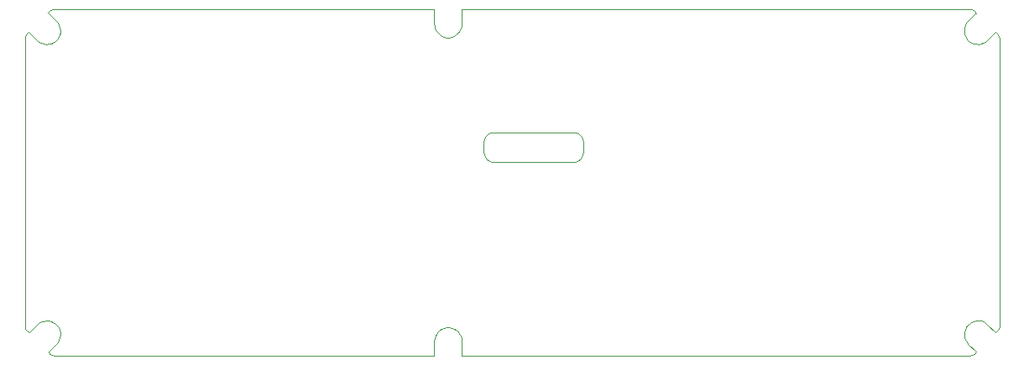
<source format=gm1>
G04*
G04 #@! TF.GenerationSoftware,Altium Limited,Altium Designer,20.0.13 (296)*
G04*
G04 Layer_Color=16711935*
%FSLAX44Y44*%
%MOMM*%
G71*
G01*
G75*
%ADD13C,0.1000*%
D13*
X-512916Y-250000D02*
X-512415Y-252621D01*
X-510981Y-254871D01*
X-508818Y-256433D01*
X-489363Y-275873D02*
X-487799Y-278039D01*
X-485545Y-279475D01*
X-482921Y-279977D01*
X-483000Y69995D02*
X-485621Y69493D01*
X-487871Y68059D01*
X-489433Y65896D01*
X-508873Y46441D02*
X-511039Y44877D01*
X-512475Y42624D01*
X-512977Y40000D01*
X469995Y40000D02*
X469493Y42621D01*
X468060Y44871D01*
X465896Y46433D01*
X446442Y65873D02*
X444878Y68039D01*
X442624Y69475D01*
X440000Y69977D01*
X465896Y-256442D02*
X468062Y-254877D01*
X469498Y-252624D01*
X470000Y-250000D01*
X440023Y-279995D02*
X442644Y-279493D01*
X444894Y-278060D01*
X446456Y-275896D01*
X457975Y-248444D02*
X456023Y-246823D01*
X453806Y-245588D01*
X451400Y-244782D01*
X448887Y-244431D01*
X446352Y-244548D01*
X443882Y-245129D01*
X441561Y-246154D01*
X439468Y-247588D01*
X437674Y-249382D01*
X436240Y-251476D01*
X435215Y-253797D01*
X434634Y-256267D01*
X434517Y-258801D01*
X434867Y-261315D01*
X435674Y-263720D01*
X436908Y-265937D01*
X438529Y-267889D01*
X-481365Y-267975D02*
X-479744Y-266023D01*
X-478509Y-263806D01*
X-477703Y-261400D01*
X-477352Y-258887D01*
X-477470Y-256352D01*
X-478051Y-253882D01*
X-479076Y-251561D01*
X-480509Y-249468D01*
X-482304Y-247674D01*
X-484397Y-246240D01*
X-486718Y-245215D01*
X-489188Y-244634D01*
X-491723Y-244517D01*
X-494236Y-244867D01*
X-496642Y-245674D01*
X-498858Y-246908D01*
X-500811Y-248529D01*
X-500811Y38529D02*
X-498858Y36908D01*
X-496642Y35673D01*
X-494236Y34867D01*
X-491723Y34517D01*
X-489188Y34634D01*
X-486718Y35215D01*
X-484397Y36240D01*
X-482304Y37674D01*
X-480509Y39468D01*
X-479076Y41561D01*
X-478051Y43882D01*
X-477470Y46352D01*
X-477352Y48887D01*
X-477703Y51400D01*
X-478509Y53806D01*
X-479744Y56023D01*
X-481365Y57975D01*
X-72500Y-265000D02*
X-72734Y-262474D01*
X-73429Y-260033D01*
X-74559Y-257762D01*
X-76089Y-255737D01*
X-77964Y-254027D01*
X-80121Y-252691D01*
X-82487Y-251775D01*
X-84981Y-251309D01*
X-87519D01*
X-90013Y-251775D01*
X-92379Y-252691D01*
X-94536Y-254027D01*
X-96411Y-255737D01*
X-97941Y-257762D01*
X-99072Y-260033D01*
X-99766Y-262474D01*
X-100000Y-265000D01*
X-100086Y54914D02*
X-99851Y52388D01*
X-99157Y49947D01*
X-98026Y47676D01*
X-96497Y45651D01*
X-94622Y43942D01*
X-92464Y42606D01*
X-90098Y41689D01*
X-87604Y41223D01*
X-85067D01*
X-82573Y41689D01*
X-80207Y42606D01*
X-78049Y43942D01*
X-76174Y45651D01*
X-74645Y47676D01*
X-73514Y49947D01*
X-72820Y52388D01*
X-72586Y54914D01*
X438444Y57975D02*
X436823Y56023D01*
X435588Y53806D01*
X434782Y51400D01*
X434431Y48887D01*
X434548Y46352D01*
X435129Y43882D01*
X436154Y41561D01*
X437588Y39468D01*
X439382Y37674D01*
X441476Y36240D01*
X443797Y35215D01*
X446267Y34634D01*
X448801Y34517D01*
X451315Y34867D01*
X453720Y35674D01*
X455937Y36908D01*
X457889Y38529D01*
X-50000Y-74380D02*
X-49659Y-76968D01*
X-48660Y-79380D01*
X-47071Y-81451D01*
X-45000Y-83040D01*
X-42588Y-84039D01*
X-40000Y-84380D01*
Y-54380D02*
X-42588Y-54721D01*
X-45000Y-55720D01*
X-47071Y-57309D01*
X-48660Y-59380D01*
X-49659Y-61792D01*
X-50000Y-64380D01*
X50000D02*
X49659Y-61792D01*
X48660Y-59380D01*
X47071Y-57309D01*
X45000Y-55720D01*
X42588Y-54721D01*
X40000Y-54380D01*
Y-84380D02*
X42588Y-84039D01*
X45000Y-83040D01*
X47071Y-81451D01*
X48660Y-79380D01*
X49659Y-76968D01*
X50000Y-74380D01*
X-508840Y-256423D02*
X-500867Y-248450D01*
X-489352Y-275896D02*
X-481380Y-267922D01*
X-489423Y65918D02*
X-481450Y57946D01*
X-508895Y46431D02*
X-500923Y38458D01*
X457946Y38450D02*
X465919Y46423D01*
X438458Y57923D02*
X446431Y65896D01*
X457946Y-248458D02*
X465919Y-256431D01*
X438473Y-267946D02*
X446446Y-275919D01*
X-512921Y-250000D02*
Y40000D01*
X-100000Y-280000D02*
X-100000Y-265000D01*
X-72500Y-280000D02*
X-72500Y-265000D01*
X-483000Y70000D02*
X-100086Y70000D01*
X-72500Y-280000D02*
X440023Y-280000D01*
X-483000Y-280000D02*
X-100000Y-280000D01*
X-72586Y69914D02*
X-72586Y54914D01*
X-100086Y70000D02*
X-100085Y54914D01*
X470000Y-250000D02*
Y40000D01*
X-72586Y70000D02*
X440079Y70000D01*
X-40000Y-54380D02*
X40000D01*
X-40000Y-84380D02*
X40000D01*
X-50000Y-74380D02*
Y-64380D01*
X50000Y-74380D02*
Y-64380D01*
M02*

</source>
